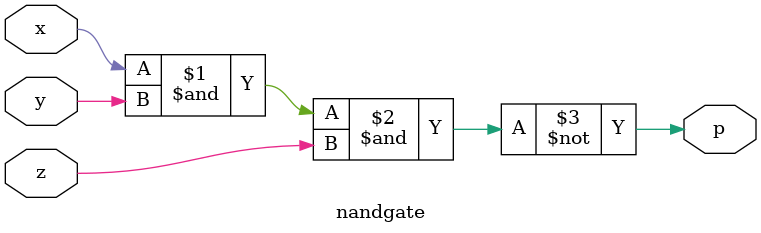
<source format=v>

module nandgate(
    input x,
    input y,
    input z,
    output p
);

assign p = ~(x&y&z);
endmodule


</source>
